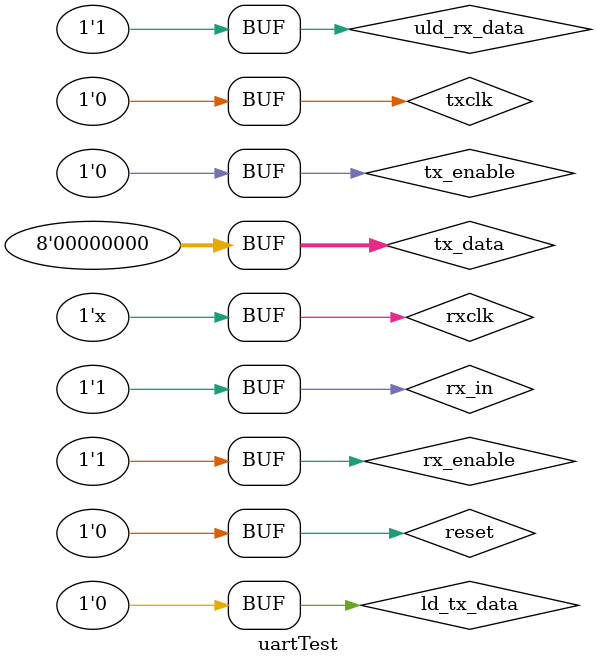
<source format=v>
`timescale 1ns / 1ps


module uartTest;

	// Inputs
	reg reset;
	reg txclk;
	reg ld_tx_data;
	reg [7:0] tx_data;
	reg tx_enable;
	reg rxclk;
	reg uld_rx_data;
	reg rx_enable;
	reg rx_in;

	// Outputs
	wire tx_out;
	wire tx_empty;
	wire [7:0] rx_data;
	wire rx_empty;

	// Instantiate the Unit Under Test (UUT)
	uart uut (
		.reset(reset), 
		.txclk(txclk), 
		.ld_tx_data(ld_tx_data), 
		.tx_data(tx_data), 
		.tx_enable(tx_enable), 
		.tx_out(tx_out), 
		.tx_empty(tx_empty), 
		.rxclk(rxclk), 
		.uld_rx_data(uld_rx_data), 
		.rx_data(rx_data), 
		.rx_enable(rx_enable), 
		.rx_in(rx_in), 
		.rx_empty(rx_empty)
	);

	initial begin
		// Initialize Inputs
		reset = 0;
		txclk = 0;
		ld_tx_data = 0;
		tx_data = 0;
		tx_enable = 0;
		rxclk = 0;
		uld_rx_data = 0;
		rx_enable = 0;
		rx_in = 1;
		
		#5
		reset = 1;
		#5 
		reset = 0;
		// Wait 100 ns for global reset to finish
		#100;
      rx_enable = 1;
		uld_rx_data = 1;
		// Add stimulus here
		#11 rx_in = 0;
		#11 rx_in = 1;
		#11 rx_in = 0;
		#11 rx_in = 1;
	end
	
	
	always #5 rxclk = !rxclk;	
	
      
endmodule


</source>
